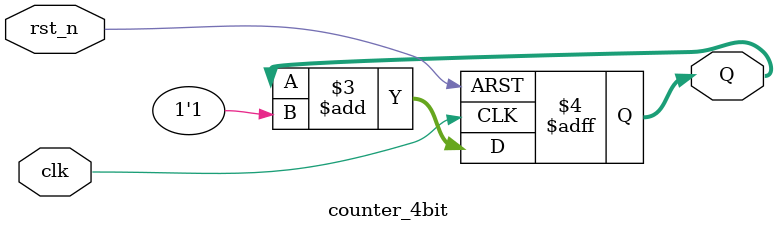
<source format=v>
module counter_4bit (
    input clk,       
    input rst_n,       
    output reg [3:0] Q 
);

    always @(posedge clk or negedge rst_n) begin
        if (!rst_n) begin
            Q <= 4'b0000;  
        end
        else begin
            Q <= Q + 1'b1;
        end
    end

endmodule

</source>
